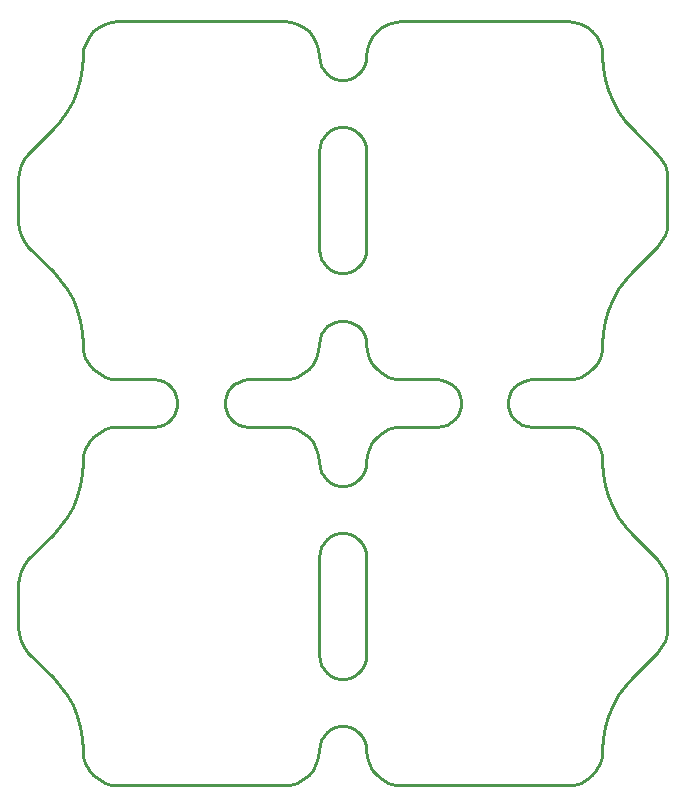
<source format=gm1>
G04*
G04 #@! TF.GenerationSoftware,Altium Limited,Altium Designer,18.1.11 (251)*
G04*
G04 Layer_Color=16711935*
%FSLAX25Y25*%
%MOIN*%
G70*
G01*
G75*
%ADD12C,0.01000*%
D12*
X203514Y161897D02*
X205160Y161897D01*
X206770Y161555D01*
X208274Y160885D01*
X209606Y159917D01*
X210707Y158694D01*
X211530Y157269D01*
X212038Y155703D01*
X212210Y154066D01*
X212209Y121149D02*
X212210Y154066D01*
X212037Y119512D02*
X212209Y121149D01*
X211528Y117947D02*
X212037Y119512D01*
X210705Y116521D02*
X211528Y117947D01*
X209604Y115298D02*
X210705Y116521D01*
X208272Y114330D02*
X209604Y115298D01*
X206768Y113661D02*
X208272Y114330D01*
X205158Y113319D02*
X206768Y113661D01*
X203512Y113319D02*
X205158Y113319D01*
X201902Y113661D02*
X203512Y113319D01*
X200398Y114331D02*
X201902Y113661D01*
X199066Y115298D02*
X200398Y114331D01*
X197965Y116522D02*
X199066Y115298D01*
X197142Y117947D02*
X197965Y116522D01*
X196633Y119513D02*
X197142Y117947D01*
X196461Y121150D02*
X196633Y119513D01*
X196461Y121150D02*
X196463Y154067D01*
X196635Y155704D01*
X197143Y157269D01*
X197967Y158695D01*
X199068Y159918D01*
X200400Y160885D01*
X201904Y161555D01*
X203514Y161897D01*
X203516Y232763D02*
X205163Y232763D01*
X206773Y232421D01*
X208276Y231751D01*
X209608Y230784D01*
X210710Y229560D01*
X211532Y228135D01*
X212041Y226569D01*
X212213Y224932D01*
X212440Y222628D01*
X213112Y220412D01*
X214203Y218370D01*
X215672Y216580D01*
X217462Y215111D01*
X219504Y214020D01*
X221720Y213348D01*
X224024Y213121D01*
X235835Y213120D01*
X237472Y212948D01*
X239037Y212439D01*
X240463Y211616D01*
X241686Y210515D01*
X242654Y209183D01*
X243323Y207679D01*
X243665Y206069D01*
X243665Y204423D02*
X243665Y206069D01*
X243323Y202813D02*
X243665Y204423D01*
X242653Y201309D02*
X243323Y202813D01*
X241686Y199977D02*
X242653Y201309D01*
X240462Y198876D02*
X241686Y199977D01*
X239037Y198053D02*
X240462Y198876D01*
X237471Y197544D02*
X239037Y198053D01*
X235834Y197372D02*
X237471Y197544D01*
X224023Y197373D02*
X235834Y197372D01*
X221719Y197146D02*
X224023Y197373D01*
X219503Y196474D02*
X221719Y197146D01*
X217461Y195382D02*
X219503Y196474D01*
X215671Y193913D02*
X217461Y195382D01*
X214202Y192124D02*
X215671Y193913D01*
X213111Y190082D02*
X214202Y192124D01*
X212439Y187866D02*
X213111Y190082D01*
X212212Y185562D02*
X212439Y187866D01*
X212040Y183925D02*
X212212Y185562D01*
X211531Y182359D02*
X212040Y183925D01*
X210708Y180934D02*
X211531Y182359D01*
X209606Y179710D02*
X210708Y180934D01*
X208274Y178743D02*
X209606Y179710D01*
X206771Y178074D02*
X208274Y178743D01*
X205160Y177731D02*
X206771Y178074D01*
X203514Y177731D02*
X205160Y177731D01*
X201904Y178074D02*
X203514Y177731D01*
X200400Y178743D02*
X201904Y178074D01*
X199069Y179711D02*
X200400Y178743D01*
X197967Y180934D02*
X199069Y179711D01*
X197144Y182360D02*
X197967Y180934D01*
X196636Y183925D02*
X197144Y182360D01*
X196464Y185563D02*
X196636Y183925D01*
X196237Y187867D02*
X196464Y185563D01*
X195565Y190083D02*
X196237Y187867D01*
X194473Y192124D02*
X195565Y190083D01*
X193005Y193914D02*
X194473Y192124D01*
X191215Y195383D02*
X193005Y193914D01*
X189173Y196475D02*
X191215Y195383D01*
X186957Y197147D02*
X189173Y196475D01*
X184653Y197374D02*
X186957Y197147D01*
X172842Y197374D02*
X184653Y197374D01*
X171205Y197547D02*
X172842Y197374D01*
X169639Y198055D02*
X171205Y197547D01*
X168214Y198878D02*
X169639Y198055D01*
X166991Y199980D02*
X168214Y198878D01*
X166023Y201312D02*
X166991Y199980D01*
X165354Y202816D02*
X166023Y201312D01*
X165011Y204426D02*
X165354Y202816D01*
X165011Y204426D02*
X165012Y206072D01*
X165354Y207682D01*
X166023Y209186D01*
X166991Y210517D01*
X168214Y211619D01*
X169640Y212442D01*
X171205Y212950D01*
X172843Y213123D01*
X184654Y213122D01*
X186958Y213349D01*
X189174Y214021D01*
X191216Y215112D01*
X193005Y216581D01*
X194474Y218371D01*
X195566Y220413D01*
X196238Y222628D01*
X196465Y224933D01*
X196637Y226570D01*
X197146Y228135D01*
X197969Y229561D01*
X199071Y230784D01*
X200402Y231752D01*
X201906Y232421D01*
X203516Y232763D01*
X203519Y297176D02*
X205165Y297176D01*
X206775Y296833D01*
X208279Y296164D01*
X209611Y295196D01*
X210712Y293973D01*
X211535Y292547D01*
X212043Y290982D01*
X212215Y289345D01*
X212214Y256428D02*
X212215Y289345D01*
X212042Y254791D02*
X212214Y256428D01*
X211533Y253225D02*
X212042Y254791D01*
X210710Y251800D02*
X211533Y253225D01*
X209609Y250577D02*
X210710Y251800D01*
X208277Y249609D02*
X209609Y250577D01*
X206773Y248940D02*
X208277Y249609D01*
X205163Y248598D02*
X206773Y248940D01*
X203517Y248598D02*
X205163Y248598D01*
X201907Y248940D02*
X203517Y248598D01*
X200403Y249609D02*
X201907Y248940D01*
X199071Y250577D02*
X200403Y249609D01*
X197970Y251800D02*
X199071Y250577D01*
X197147Y253226D02*
X197970Y251800D01*
X196638Y254792D02*
X197147Y253226D01*
X196466Y256429D02*
X196638Y254792D01*
X196466Y256429D02*
X196467Y289345D01*
X196640Y290982D01*
X197148Y292548D01*
X197971Y293973D01*
X199073Y295197D01*
X200405Y296164D01*
X201909Y296834D01*
X203519Y297176D01*
X129540Y332655D02*
X184658Y332653D01*
X127236Y332428D02*
X129540Y332655D01*
X125020Y331756D02*
X127236Y332428D01*
X122978Y330664D02*
X125020Y331756D01*
X121188Y329196D02*
X122978Y330664D01*
X119719Y327406D02*
X121188Y329196D01*
X118628Y325364D02*
X119719Y327406D01*
X117956Y323148D02*
X118628Y325364D01*
X117728Y320844D02*
X117956Y323148D01*
X117512Y316994D02*
X117728Y320844D01*
X116866Y313192D02*
X117512Y316994D01*
X115798Y309486D02*
X116866Y313192D01*
X114322Y305923D02*
X115798Y309486D01*
X112457Y302548D02*
X114322Y305923D01*
X110225Y299403D02*
X112457Y302548D01*
X107655Y296527D02*
X110225Y299403D01*
X99533Y288406D02*
X107655Y296527D01*
X98064Y286616D02*
X99533Y288406D01*
X96973Y284574D02*
X98064Y286616D01*
X96301Y282359D02*
X96973Y284574D01*
X96073Y280054D02*
X96301Y282359D01*
X96073Y265727D02*
X96073Y280054D01*
X96073Y265727D02*
X96300Y263423D01*
X96972Y261207D01*
X98063Y259165D01*
X99532Y257375D01*
X107653Y249253D01*
X110223Y246377D01*
X112454Y243232D01*
X114320Y239857D01*
X115796Y236294D01*
X116863Y232588D01*
X117509Y228786D01*
X117725Y224936D01*
X117952Y222631D01*
X118624Y220416D01*
X119715Y218374D01*
X121184Y216584D01*
X122974Y215115D01*
X125016Y214023D01*
X127231Y213351D01*
X129535Y213124D01*
X141347Y213124D01*
X142984Y212951D01*
X144549Y212443D01*
X145975Y211620D01*
X147198Y210518D01*
X148166Y209186D01*
X148835Y207682D01*
X149177Y206072D01*
X149177Y204426D02*
X149177Y206072D01*
X148835Y202816D02*
X149177Y204426D01*
X148165Y201312D02*
X148835Y202816D01*
X147198Y199981D02*
X148165Y201312D01*
X145974Y198879D02*
X147198Y199981D01*
X144549Y198056D02*
X145974Y198879D01*
X142983Y197548D02*
X144549Y198056D01*
X141346Y197376D02*
X142983Y197548D01*
X129535Y197376D02*
X141346Y197376D01*
X127231Y197149D02*
X129535Y197376D01*
X125015Y196477D02*
X127231Y197149D01*
X122973Y195386D02*
X125015Y196477D01*
X121183Y193917D02*
X122973Y195386D01*
X119714Y192127D02*
X121183Y193917D01*
X118623Y190085D02*
X119714Y192127D01*
X117950Y187870D02*
X118623Y190085D01*
X117724Y185565D02*
X117950Y187870D01*
X117507Y181715D02*
X117724Y185565D01*
X116861Y177913D02*
X117507Y181715D01*
X115793Y174207D02*
X116861Y177913D01*
X114317Y170644D02*
X115793Y174207D01*
X112452Y167269D02*
X114317Y170644D01*
X110220Y164124D02*
X112452Y167269D01*
X107650Y161249D02*
X110220Y164124D01*
X99528Y153127D02*
X107650Y161249D01*
X98059Y151337D02*
X99528Y153127D01*
X96968Y149295D02*
X98059Y151337D01*
X96295Y147080D02*
X96968Y149295D01*
X96068Y144776D02*
X96295Y147080D01*
X96068Y130448D02*
X96068Y144776D01*
X96068Y130448D02*
X96295Y128144D01*
X96967Y125928D01*
X98058Y123886D01*
X99527Y122096D01*
X107648Y113974D01*
X110218Y111099D01*
X112450Y107954D01*
X114315Y104578D01*
X115790Y101015D01*
X116858Y97309D01*
X117504Y93507D01*
X117720Y89657D01*
X117947Y87353D01*
X118619Y85137D01*
X119710Y83095D01*
X121179Y81305D01*
X122969Y79836D01*
X125011Y78745D01*
X127226Y78072D01*
X129531Y77845D01*
X184649Y77843D01*
X186953Y78070D01*
X189169Y78742D01*
X191211Y79834D01*
X193000Y81302D01*
X194469Y83092D01*
X195561Y85134D01*
X196233Y87350D01*
X196460Y89654D01*
X196632Y91291D01*
X197141Y92857D01*
X197964Y94282D01*
X199066Y95505D01*
X200397Y96473D01*
X201901Y97142D01*
X203511Y97484D01*
X205157Y97484D01*
X206768Y97142D01*
X208271Y96473D01*
X209603Y95505D01*
X210704Y94282D01*
X211527Y92856D01*
X212036Y91290D01*
X212208Y89653D01*
X212435Y87349D01*
X213107Y85133D01*
X214198Y83091D01*
X215667Y81301D01*
X217457Y79833D01*
X219499Y78741D01*
X221714Y78069D01*
X224019Y77842D01*
X279137Y77840D01*
X281441Y78067D01*
X283657Y78739D01*
X285699Y79830D01*
X287489Y81299D01*
X288958Y83089D01*
X290049Y85131D01*
X290721Y87346D01*
X290948Y89650D01*
X291165Y93501D01*
X291811Y97303D01*
X292879Y101009D01*
X294355Y104571D01*
X296220Y107947D01*
X298452Y111092D01*
X301022Y113967D01*
X309144Y122089D01*
X310613Y123878D01*
X311704Y125920D01*
X312376Y128136D01*
X312603Y130440D01*
X312604Y144768D01*
X312377Y147072D02*
X312604Y144768D01*
X311705Y149288D02*
X312377Y147072D01*
X310614Y151330D02*
X311705Y149288D01*
X309145Y153120D02*
X310614Y151330D01*
X301024Y161241D02*
X309145Y153120D01*
X298454Y164117D02*
X301024Y161241D01*
X296222Y167262D02*
X298454Y164117D01*
X294357Y170638D02*
X296222Y167262D01*
X292881Y174201D02*
X294357Y170638D01*
X291814Y177907D02*
X292881Y174201D01*
X291168Y181709D02*
X291814Y177907D01*
X290952Y185559D02*
X291168Y181709D01*
X290725Y187863D02*
X290952Y185559D01*
X290053Y190079D02*
X290725Y187863D01*
X288962Y192121D02*
X290053Y190079D01*
X287493Y193911D02*
X288962Y192121D01*
X285703Y195380D02*
X287493Y193911D01*
X283661Y196471D02*
X285703Y195380D01*
X281446Y197143D02*
X283661Y196471D01*
X279141Y197371D02*
X281446Y197143D01*
X267330Y197371D02*
X279141Y197371D01*
X265693Y197543D02*
X267330Y197371D01*
X264128Y198052D02*
X265693Y197543D01*
X262702Y198875D02*
X264128Y198052D01*
X261479Y199977D02*
X262702Y198875D01*
X260511Y201308D02*
X261479Y199977D01*
X259842Y202812D02*
X260511Y201308D01*
X259500Y204422D02*
X259842Y202812D01*
X259500Y204422D02*
X259500Y206068D01*
X259842Y207679D01*
X260512Y209182D01*
X261479Y210514D01*
X262702Y211615D01*
X264128Y212438D01*
X265694Y212947D01*
X267331Y213119D01*
X279142Y213119D01*
X281446Y213345D01*
X283662Y214018D01*
X285704Y215109D01*
X287494Y216578D01*
X288963Y218367D01*
X290054Y220409D01*
X290726Y222625D01*
X290953Y224929D01*
X291170Y228780D01*
X291816Y232582D01*
X292884Y236287D01*
X294359Y239850D01*
X296225Y243226D01*
X298457Y246371D01*
X301027Y249246D01*
X309149Y257367D01*
X310618Y259157D01*
X311709Y261199D01*
X312381Y263415D01*
X312608Y265719D01*
X312609Y280047D01*
X312382Y282351D02*
X312609Y280047D01*
X311710Y284566D02*
X312382Y282351D01*
X310619Y286608D02*
X311710Y284566D01*
X309150Y288398D02*
X310619Y286608D01*
X301028Y296520D02*
X309150Y288398D01*
X298459Y299396D02*
X301028Y296520D01*
X296227Y302541D02*
X298459Y299396D01*
X294362Y305917D02*
X296227Y302541D01*
X292886Y309479D02*
X294362Y305917D01*
X291819Y313185D02*
X292886Y309479D01*
X291173Y316987D02*
X291819Y313185D01*
X290957Y320838D02*
X291173Y316987D01*
X290730Y323142D02*
X290957Y320838D01*
X290058Y325358D02*
X290730Y323142D01*
X288966Y327400D02*
X290058Y325358D01*
X287498Y329190D02*
X288966Y327400D01*
X285708Y330659D02*
X287498Y329190D01*
X283666Y331750D02*
X285708Y330659D01*
X281450Y332422D02*
X283666Y331750D01*
X279146Y332649D02*
X281450Y332422D01*
X224028Y332651D02*
X279146Y332649D01*
X221724Y332424D02*
X224028Y332651D01*
X219508Y331752D02*
X221724Y332424D01*
X217466Y330661D02*
X219508Y331752D01*
X215676Y329192D02*
X217466Y330661D01*
X214207Y327402D02*
X215676Y329192D01*
X213116Y325361D02*
X214207Y327402D01*
X212444Y323145D02*
X213116Y325361D01*
X212217Y320841D02*
X212444Y323145D01*
X212045Y319204D02*
X212217Y320841D01*
X211536Y317638D02*
X212045Y319204D01*
X210713Y316213D02*
X211536Y317638D01*
X209611Y314989D02*
X210713Y316213D01*
X208279Y314022D02*
X209611Y314989D01*
X206776Y313352D02*
X208279Y314022D01*
X205165Y313010D02*
X206776Y313352D01*
X203519Y313010D02*
X205165Y313010D01*
X201909Y313352D02*
X203519Y313010D01*
X200405Y314022D02*
X201909Y313352D01*
X199074Y314990D02*
X200405Y314022D01*
X197972Y316213D02*
X199074Y314990D01*
X197149Y317639D02*
X197972Y316213D01*
X196641Y319204D02*
X197149Y317639D01*
X196469Y320841D02*
X196641Y319204D01*
X196242Y323146D02*
X196469Y320841D01*
X195570Y325361D02*
X196242Y323146D01*
X194478Y327403D02*
X195570Y325361D01*
X193010Y329193D02*
X194478Y327403D01*
X191220Y330662D02*
X193010Y329193D01*
X189178Y331753D02*
X191220Y330662D01*
X186962Y332426D02*
X189178Y331753D01*
X184658Y332653D02*
X186962Y332426D01*
X279141Y197371D02*
X281446Y197143D01*
X283661Y196471D01*
X285703Y195380D01*
X287493Y193911D01*
X288962Y192121D01*
X290053Y190079D01*
X290725Y187863D01*
X290952Y185559D01*
X291168Y181709D01*
X291814Y177907D01*
X292881Y174201D01*
X294357Y170638D01*
X296222Y167262D01*
X298454Y164117D01*
X301024Y161241D01*
X309145Y153120D01*
X310614Y151330D01*
X311705Y149288D01*
X312377Y147072D01*
X312604Y144768D01*
X312603Y130440D02*
X312604Y144768D01*
X312376Y128136D02*
X312603Y130440D01*
X311704Y125920D02*
X312376Y128136D01*
X310613Y123878D02*
X311704Y125920D01*
X309144Y122089D02*
X310613Y123878D01*
X301022Y113967D02*
X309144Y122089D01*
X298452Y111092D02*
X301022Y113967D01*
X296220Y107947D02*
X298452Y111092D01*
X294355Y104571D02*
X296220Y107947D01*
X292879Y101009D02*
X294355Y104571D01*
X291811Y97303D02*
X292879Y101009D01*
X291165Y93501D02*
X291811Y97303D01*
X290948Y89650D02*
X291165Y93501D01*
X290721Y87346D02*
X290948Y89650D01*
X290049Y85131D02*
X290721Y87346D01*
X288958Y83089D02*
X290049Y85131D01*
X287489Y81299D02*
X288958Y83089D01*
X285699Y79830D02*
X287489Y81299D01*
X283657Y78739D02*
X285699Y79830D01*
X281441Y78067D02*
X283657Y78739D01*
X279137Y77840D02*
X281441Y78067D01*
X224019Y77842D02*
X279137Y77840D01*
X221715Y78069D02*
X224019Y77842D01*
X219499Y78741D02*
X221715Y78069D01*
X217457Y79833D02*
X219499Y78741D01*
X215667Y81301D02*
X217457Y79833D01*
X214198Y83091D02*
X215667Y81301D01*
X213107Y85133D02*
X214198Y83091D01*
X212435Y87349D02*
X213107Y85133D01*
X212208Y89653D02*
X212435Y87349D01*
X212036Y91290D02*
X212208Y89653D01*
X211527Y92856D02*
X212036Y91290D01*
X210704Y94282D02*
X211527Y92856D01*
X209603Y95505D02*
X210704Y94282D01*
X208271Y96473D02*
X209603Y95505D01*
X206768Y97142D02*
X208271Y96473D01*
X205157Y97484D02*
X206768Y97142D01*
X203511Y97484D02*
X205157Y97484D01*
X201901Y97142D02*
X203511Y97484D01*
X200397Y96473D02*
X201901Y97142D01*
X199066Y95505D02*
X200397Y96473D01*
X197964Y94282D02*
X199066Y95505D01*
X197141Y92857D02*
X197964Y94282D01*
X196632Y91291D02*
X197141Y92857D01*
X196460Y89654D02*
X196632Y91291D01*
X196233Y87350D02*
X196460Y89654D01*
X195561Y85134D02*
X196233Y87350D01*
X194469Y83092D02*
X195561Y85134D01*
X193000Y81302D02*
X194469Y83092D01*
X191211Y79834D02*
X193000Y81302D01*
X189169Y78742D02*
X191211Y79834D01*
X186953Y78070D02*
X189169Y78742D01*
X184649Y77843D02*
X186953Y78070D01*
X129531Y77845D02*
X184649Y77843D01*
X127226Y78072D02*
X129531Y77845D01*
X125011Y78745D02*
X127226Y78072D01*
X122969Y79836D02*
X125011Y78745D01*
X121179Y81305D02*
X122969Y79836D01*
X119710Y83095D02*
X121179Y81305D01*
X118619Y85137D02*
X119710Y83095D01*
X117947Y87353D02*
X118619Y85137D01*
X117720Y89657D02*
X117947Y87353D01*
X117504Y93507D02*
X117720Y89657D01*
X116858Y97309D02*
X117504Y93507D01*
X115791Y101015D02*
X116858Y97309D01*
X114315Y104578D02*
X115791Y101015D01*
X112450Y107954D02*
X114315Y104578D01*
X110218Y111099D02*
X112450Y107954D01*
X107648Y113974D02*
X110218Y111099D01*
X99527Y122096D02*
X107648Y113974D01*
X98058Y123886D02*
X99527Y122096D01*
X96967Y125928D02*
X98058Y123886D01*
X96295Y128144D02*
X96967Y125928D01*
X96068Y130448D02*
X96295Y128144D01*
X96068Y130448D02*
X96069Y144776D01*
X96295Y147080D01*
X96968Y149295D01*
X98059Y151337D01*
X99528Y153127D01*
X107650Y161249D01*
X110220Y164124D01*
X112452Y167269D01*
X114317Y170644D01*
X115793Y174207D01*
X116861Y177913D01*
X117507Y181715D01*
X117724Y185565D01*
X117950Y187870D01*
X118623Y190085D01*
X119714Y192127D01*
X121183Y193917D01*
X122973Y195386D01*
X125015Y196477D01*
X127231Y197149D01*
X129535Y197376D01*
X127231Y213351D02*
X129536Y213124D01*
X125016Y214023D02*
X127231Y213351D01*
X122974Y215115D02*
X125016Y214023D01*
X121184Y216584D02*
X122974Y215115D01*
X119715Y218374D02*
X121184Y216584D01*
X118624Y220416D02*
X119715Y218374D01*
X117952Y222631D02*
X118624Y220416D01*
X117725Y224936D02*
X117952Y222631D01*
X117509Y228786D02*
X117725Y224936D01*
X116863Y232588D02*
X117509Y228786D01*
X115796Y236294D02*
X116863Y232588D01*
X114320Y239857D02*
X115796Y236294D01*
X112454Y243232D02*
X114320Y239857D01*
X110223Y246378D02*
X112454Y243232D01*
X107653Y249253D02*
X110223Y246378D01*
X99532Y257375D02*
X107653Y249253D01*
X98063Y259165D02*
X99532Y257375D01*
X96972Y261207D02*
X98063Y259165D01*
X96300Y263423D02*
X96972Y261207D01*
X96073Y265727D02*
X96300Y263423D01*
X96073Y265727D02*
X96074Y280054D01*
X96301Y282359D01*
X96973Y284574D01*
X98064Y286616D01*
X99533Y288406D01*
X107655Y296527D01*
X110225Y299403D01*
X112457Y302548D01*
X114322Y305923D01*
X115798Y309486D01*
X116866Y313192D01*
X117512Y316994D01*
X117728Y320844D01*
X117956Y323148D01*
X118628Y325364D01*
X119719Y327406D01*
X121188Y329196D01*
X122978Y330665D01*
X125020Y331756D01*
X127236Y332428D01*
X129540Y332655D01*
X184658Y332653D01*
X186962Y332426D01*
X189178Y331754D01*
X191220Y330662D01*
X193010Y329193D01*
X194478Y327403D01*
X195570Y325361D01*
X196242Y323146D01*
X196469Y320841D01*
X196641Y319204D01*
X197149Y317639D01*
X212045Y319204D02*
X212217Y320841D01*
X212444Y323145D01*
X213116Y325361D01*
X214207Y327402D01*
X215676Y329192D01*
X217466Y330661D01*
X219508Y331752D01*
X221724Y332424D01*
X224028Y332651D01*
X279146Y332649D01*
X281451Y332422D01*
X283666Y331750D01*
X285708Y330659D01*
X287498Y329190D01*
X288967Y327400D01*
X290058Y325358D01*
X290730Y323142D01*
X290957Y320838D01*
X291173Y316987D01*
X291819Y313185D01*
X292886Y309479D01*
X294362Y305917D01*
X296227Y302541D01*
X298459Y299396D01*
X301028Y296520D01*
X309150Y288398D01*
X310619Y286608D01*
X311710Y284566D01*
X312382Y282351D01*
X312609Y280047D01*
X312608Y265719D02*
X312609Y280047D01*
X312381Y263415D02*
X312608Y265719D01*
X311709Y261199D02*
X312381Y263415D01*
X310618Y259157D02*
X311709Y261199D01*
X309149Y257367D02*
X310618Y259157D01*
X301027Y249246D02*
X309149Y257367D01*
X298457Y246371D02*
X301027Y249246D01*
X296225Y243226D02*
X298457Y246371D01*
X294359Y239850D02*
X296225Y243226D01*
X292884Y236287D02*
X294359Y239850D01*
X291816Y232582D02*
X292884Y236287D01*
X291170Y228780D02*
X291816Y232582D01*
X290953Y224929D02*
X291170Y228780D01*
X290726Y222625D02*
X290953Y224929D01*
X290054Y220409D02*
X290726Y222625D01*
X288963Y218367D02*
X290054Y220409D01*
X287494Y216578D02*
X288963Y218367D01*
X285704Y215109D02*
X287494Y216578D01*
X283662Y214018D02*
X285704Y215109D01*
X281446Y213345D02*
X283662Y214018D01*
X279142Y213119D02*
X281446Y213345D01*
M02*

</source>
